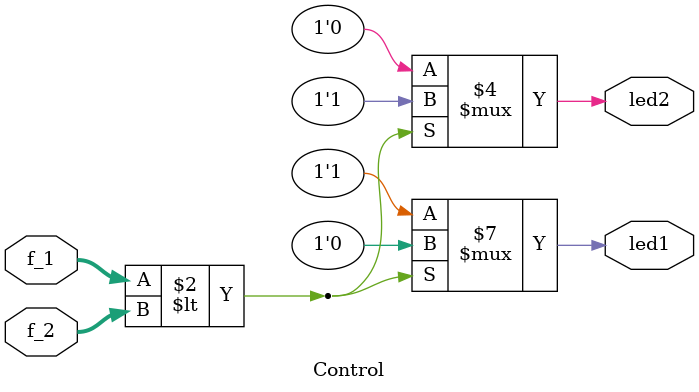
<source format=v>
 module Control (
 input [22:0] f_1,
 input [22:0] f_2,
 output led1,
 output led2
 );
 
always@(f_1, f_2)
begin	
	if ( f_1 < f_2)
		begin
			led1 = 1'b0;
			led2 = 1'b1;
		end
	else 
		begin
			led1 = 1'b1;
			led2 = 1'b0;
		end

end
endmodule

</source>
